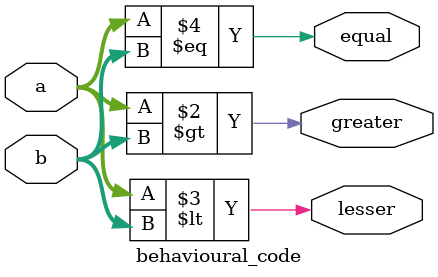
<source format=v>
`timescale 1ns / 1ps


module behavioural_code(a,b,greater,lesser,equal);
//input,output
input [1:0]a,b;
output reg greater,lesser,equal;
always @(*) begin
    greater = (a>b);
    lesser = (a<b);
    equal = (a==b);
end
endmodule

</source>
